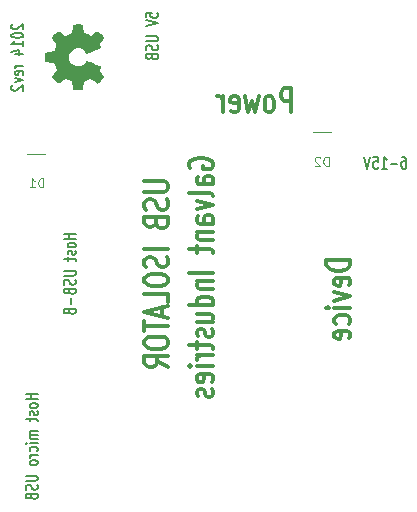
<source format=gbo>
%FSLAX34Y34*%
G04 Gerber Fmt 3.4, Leading zero omitted, Abs format*
G04 (created by PCBNEW (2013-11-28 BZR 4510)-product) date Tue 14 Jan 2014 05:10:39 PM EST*
%MOIN*%
G01*
G70*
G90*
G04 APERTURE LIST*
%ADD10C,0.005906*%
%ADD11C,0.006000*%
%ADD12C,0.012000*%
%ADD13C,0.004000*%
%ADD14C,0.000100*%
%ADD15C,0.003500*%
G04 APERTURE END LIST*
G54D10*
G54D11*
X71420Y-48794D02*
X71020Y-48794D01*
X71211Y-48794D02*
X71211Y-48965D01*
X71420Y-48965D02*
X71020Y-48965D01*
X71420Y-49151D02*
X71401Y-49122D01*
X71382Y-49108D01*
X71344Y-49094D01*
X71230Y-49094D01*
X71192Y-49108D01*
X71173Y-49122D01*
X71154Y-49151D01*
X71154Y-49194D01*
X71173Y-49222D01*
X71192Y-49237D01*
X71230Y-49251D01*
X71344Y-49251D01*
X71382Y-49237D01*
X71401Y-49222D01*
X71420Y-49194D01*
X71420Y-49151D01*
X71401Y-49365D02*
X71420Y-49394D01*
X71420Y-49451D01*
X71401Y-49480D01*
X71363Y-49494D01*
X71344Y-49494D01*
X71306Y-49480D01*
X71287Y-49451D01*
X71287Y-49408D01*
X71268Y-49380D01*
X71230Y-49365D01*
X71211Y-49365D01*
X71173Y-49380D01*
X71154Y-49408D01*
X71154Y-49451D01*
X71173Y-49480D01*
X71154Y-49580D02*
X71154Y-49694D01*
X71020Y-49622D02*
X71363Y-49622D01*
X71401Y-49637D01*
X71420Y-49665D01*
X71420Y-49694D01*
X71420Y-50022D02*
X71154Y-50022D01*
X71192Y-50022D02*
X71173Y-50037D01*
X71154Y-50065D01*
X71154Y-50108D01*
X71173Y-50137D01*
X71211Y-50151D01*
X71420Y-50151D01*
X71211Y-50151D02*
X71173Y-50165D01*
X71154Y-50194D01*
X71154Y-50237D01*
X71173Y-50265D01*
X71211Y-50280D01*
X71420Y-50280D01*
X71420Y-50422D02*
X71154Y-50422D01*
X71020Y-50422D02*
X71040Y-50408D01*
X71059Y-50422D01*
X71040Y-50437D01*
X71020Y-50422D01*
X71059Y-50422D01*
X71401Y-50694D02*
X71420Y-50665D01*
X71420Y-50608D01*
X71401Y-50580D01*
X71382Y-50565D01*
X71344Y-50551D01*
X71230Y-50551D01*
X71192Y-50565D01*
X71173Y-50580D01*
X71154Y-50608D01*
X71154Y-50665D01*
X71173Y-50694D01*
X71420Y-50822D02*
X71154Y-50822D01*
X71230Y-50822D02*
X71192Y-50837D01*
X71173Y-50851D01*
X71154Y-50880D01*
X71154Y-50908D01*
X71420Y-51051D02*
X71401Y-51022D01*
X71382Y-51008D01*
X71344Y-50994D01*
X71230Y-50994D01*
X71192Y-51008D01*
X71173Y-51022D01*
X71154Y-51051D01*
X71154Y-51094D01*
X71173Y-51122D01*
X71192Y-51137D01*
X71230Y-51151D01*
X71344Y-51151D01*
X71382Y-51137D01*
X71401Y-51122D01*
X71420Y-51094D01*
X71420Y-51051D01*
X71020Y-51508D02*
X71344Y-51508D01*
X71382Y-51522D01*
X71401Y-51537D01*
X71420Y-51565D01*
X71420Y-51622D01*
X71401Y-51651D01*
X71382Y-51665D01*
X71344Y-51680D01*
X71020Y-51680D01*
X71401Y-51808D02*
X71420Y-51851D01*
X71420Y-51922D01*
X71401Y-51951D01*
X71382Y-51965D01*
X71344Y-51980D01*
X71306Y-51980D01*
X71268Y-51965D01*
X71249Y-51951D01*
X71230Y-51922D01*
X71211Y-51865D01*
X71192Y-51837D01*
X71173Y-51822D01*
X71135Y-51808D01*
X71097Y-51808D01*
X71059Y-51822D01*
X71040Y-51837D01*
X71020Y-51865D01*
X71020Y-51937D01*
X71040Y-51980D01*
X71211Y-52208D02*
X71230Y-52251D01*
X71249Y-52265D01*
X71287Y-52280D01*
X71344Y-52280D01*
X71382Y-52265D01*
X71401Y-52251D01*
X71420Y-52222D01*
X71420Y-52108D01*
X71020Y-52108D01*
X71020Y-52208D01*
X71040Y-52237D01*
X71059Y-52251D01*
X71097Y-52265D01*
X71135Y-52265D01*
X71173Y-52251D01*
X71192Y-52237D01*
X71211Y-52208D01*
X71211Y-52108D01*
X83572Y-40870D02*
X83630Y-40870D01*
X83658Y-40890D01*
X83672Y-40909D01*
X83701Y-40966D01*
X83715Y-41042D01*
X83715Y-41194D01*
X83701Y-41232D01*
X83687Y-41251D01*
X83658Y-41270D01*
X83601Y-41270D01*
X83572Y-41251D01*
X83558Y-41232D01*
X83544Y-41194D01*
X83544Y-41099D01*
X83558Y-41061D01*
X83572Y-41042D01*
X83601Y-41023D01*
X83658Y-41023D01*
X83687Y-41042D01*
X83701Y-41061D01*
X83715Y-41099D01*
X83415Y-41118D02*
X83187Y-41118D01*
X82887Y-41270D02*
X83058Y-41270D01*
X82972Y-41270D02*
X82972Y-40870D01*
X83001Y-40928D01*
X83030Y-40966D01*
X83058Y-40985D01*
X82615Y-40870D02*
X82758Y-40870D01*
X82772Y-41061D01*
X82758Y-41042D01*
X82730Y-41023D01*
X82658Y-41023D01*
X82630Y-41042D01*
X82615Y-41061D01*
X82601Y-41099D01*
X82601Y-41194D01*
X82615Y-41232D01*
X82630Y-41251D01*
X82658Y-41270D01*
X82730Y-41270D01*
X82758Y-41251D01*
X82772Y-41232D01*
X82515Y-40870D02*
X82415Y-41270D01*
X82315Y-40870D01*
X75030Y-36228D02*
X75030Y-36085D01*
X75221Y-36071D01*
X75202Y-36085D01*
X75183Y-36114D01*
X75183Y-36185D01*
X75202Y-36214D01*
X75221Y-36228D01*
X75259Y-36242D01*
X75354Y-36242D01*
X75392Y-36228D01*
X75411Y-36214D01*
X75430Y-36185D01*
X75430Y-36114D01*
X75411Y-36085D01*
X75392Y-36071D01*
X75030Y-36328D02*
X75430Y-36428D01*
X75030Y-36528D01*
X75030Y-36857D02*
X75354Y-36857D01*
X75392Y-36871D01*
X75411Y-36885D01*
X75430Y-36914D01*
X75430Y-36971D01*
X75411Y-37000D01*
X75392Y-37014D01*
X75354Y-37028D01*
X75030Y-37028D01*
X75411Y-37157D02*
X75430Y-37200D01*
X75430Y-37271D01*
X75411Y-37300D01*
X75392Y-37314D01*
X75354Y-37328D01*
X75316Y-37328D01*
X75278Y-37314D01*
X75259Y-37300D01*
X75240Y-37271D01*
X75221Y-37214D01*
X75202Y-37185D01*
X75183Y-37171D01*
X75145Y-37157D01*
X75107Y-37157D01*
X75069Y-37171D01*
X75050Y-37185D01*
X75030Y-37214D01*
X75030Y-37285D01*
X75050Y-37328D01*
X75221Y-37557D02*
X75240Y-37600D01*
X75259Y-37614D01*
X75297Y-37628D01*
X75354Y-37628D01*
X75392Y-37614D01*
X75411Y-37600D01*
X75430Y-37571D01*
X75430Y-37457D01*
X75030Y-37457D01*
X75030Y-37557D01*
X75050Y-37585D01*
X75069Y-37600D01*
X75107Y-37614D01*
X75145Y-37614D01*
X75183Y-37600D01*
X75202Y-37585D01*
X75221Y-37557D01*
X75221Y-37457D01*
X72690Y-43441D02*
X72290Y-43441D01*
X72481Y-43441D02*
X72481Y-43612D01*
X72690Y-43612D02*
X72290Y-43612D01*
X72690Y-43798D02*
X72671Y-43770D01*
X72652Y-43755D01*
X72614Y-43741D01*
X72500Y-43741D01*
X72462Y-43755D01*
X72443Y-43770D01*
X72424Y-43798D01*
X72424Y-43841D01*
X72443Y-43870D01*
X72462Y-43884D01*
X72500Y-43898D01*
X72614Y-43898D01*
X72652Y-43884D01*
X72671Y-43870D01*
X72690Y-43841D01*
X72690Y-43798D01*
X72671Y-44012D02*
X72690Y-44041D01*
X72690Y-44098D01*
X72671Y-44127D01*
X72633Y-44141D01*
X72614Y-44141D01*
X72576Y-44127D01*
X72557Y-44098D01*
X72557Y-44055D01*
X72538Y-44027D01*
X72500Y-44012D01*
X72481Y-44012D01*
X72443Y-44027D01*
X72424Y-44055D01*
X72424Y-44098D01*
X72443Y-44127D01*
X72424Y-44227D02*
X72424Y-44341D01*
X72290Y-44270D02*
X72633Y-44270D01*
X72671Y-44284D01*
X72690Y-44312D01*
X72690Y-44341D01*
X72290Y-44670D02*
X72614Y-44670D01*
X72652Y-44684D01*
X72671Y-44698D01*
X72690Y-44727D01*
X72690Y-44784D01*
X72671Y-44812D01*
X72652Y-44827D01*
X72614Y-44841D01*
X72290Y-44841D01*
X72671Y-44970D02*
X72690Y-45012D01*
X72690Y-45084D01*
X72671Y-45112D01*
X72652Y-45127D01*
X72614Y-45141D01*
X72576Y-45141D01*
X72538Y-45127D01*
X72519Y-45112D01*
X72500Y-45084D01*
X72481Y-45027D01*
X72462Y-44998D01*
X72443Y-44984D01*
X72405Y-44970D01*
X72367Y-44970D01*
X72329Y-44984D01*
X72310Y-44998D01*
X72290Y-45027D01*
X72290Y-45098D01*
X72310Y-45141D01*
X72481Y-45370D02*
X72500Y-45412D01*
X72519Y-45427D01*
X72557Y-45441D01*
X72614Y-45441D01*
X72652Y-45427D01*
X72671Y-45412D01*
X72690Y-45384D01*
X72690Y-45270D01*
X72290Y-45270D01*
X72290Y-45370D01*
X72310Y-45398D01*
X72329Y-45412D01*
X72367Y-45427D01*
X72405Y-45427D01*
X72443Y-45412D01*
X72462Y-45398D01*
X72481Y-45370D01*
X72481Y-45270D01*
X72538Y-45570D02*
X72538Y-45798D01*
X72481Y-46041D02*
X72500Y-46084D01*
X72519Y-46098D01*
X72557Y-46112D01*
X72614Y-46112D01*
X72652Y-46098D01*
X72671Y-46084D01*
X72690Y-46055D01*
X72690Y-45941D01*
X72290Y-45941D01*
X72290Y-46041D01*
X72310Y-46070D01*
X72329Y-46084D01*
X72367Y-46098D01*
X72405Y-46098D01*
X72443Y-46084D01*
X72462Y-46070D01*
X72481Y-46041D01*
X72481Y-45941D01*
G54D12*
X81851Y-44330D02*
X81051Y-44330D01*
X81051Y-44472D01*
X81090Y-44558D01*
X81166Y-44615D01*
X81242Y-44644D01*
X81394Y-44672D01*
X81509Y-44672D01*
X81661Y-44644D01*
X81737Y-44615D01*
X81813Y-44558D01*
X81851Y-44472D01*
X81851Y-44330D01*
X81813Y-45158D02*
X81851Y-45101D01*
X81851Y-44987D01*
X81813Y-44930D01*
X81737Y-44901D01*
X81432Y-44901D01*
X81356Y-44930D01*
X81318Y-44987D01*
X81318Y-45101D01*
X81356Y-45158D01*
X81432Y-45187D01*
X81509Y-45187D01*
X81585Y-44901D01*
X81318Y-45387D02*
X81851Y-45530D01*
X81318Y-45672D01*
X81851Y-45901D02*
X81318Y-45901D01*
X81051Y-45901D02*
X81090Y-45872D01*
X81128Y-45901D01*
X81090Y-45930D01*
X81051Y-45901D01*
X81128Y-45901D01*
X81813Y-46444D02*
X81851Y-46387D01*
X81851Y-46272D01*
X81813Y-46215D01*
X81775Y-46187D01*
X81699Y-46158D01*
X81470Y-46158D01*
X81394Y-46187D01*
X81356Y-46215D01*
X81318Y-46272D01*
X81318Y-46387D01*
X81356Y-46444D01*
X81813Y-46930D02*
X81851Y-46872D01*
X81851Y-46758D01*
X81813Y-46701D01*
X81737Y-46672D01*
X81432Y-46672D01*
X81356Y-46701D01*
X81318Y-46758D01*
X81318Y-46872D01*
X81356Y-46930D01*
X81432Y-46958D01*
X81509Y-46958D01*
X81585Y-46672D01*
X79875Y-39391D02*
X79875Y-38591D01*
X79647Y-38591D01*
X79590Y-38630D01*
X79561Y-38668D01*
X79532Y-38744D01*
X79532Y-38858D01*
X79561Y-38934D01*
X79590Y-38972D01*
X79647Y-39010D01*
X79875Y-39010D01*
X79190Y-39391D02*
X79247Y-39353D01*
X79275Y-39315D01*
X79304Y-39239D01*
X79304Y-39010D01*
X79275Y-38934D01*
X79247Y-38896D01*
X79190Y-38858D01*
X79104Y-38858D01*
X79047Y-38896D01*
X79018Y-38934D01*
X78990Y-39010D01*
X78990Y-39239D01*
X79018Y-39315D01*
X79047Y-39353D01*
X79104Y-39391D01*
X79190Y-39391D01*
X78790Y-38858D02*
X78675Y-39391D01*
X78561Y-39010D01*
X78447Y-39391D01*
X78332Y-38858D01*
X77875Y-39353D02*
X77932Y-39391D01*
X78047Y-39391D01*
X78104Y-39353D01*
X78132Y-39277D01*
X78132Y-38972D01*
X78104Y-38896D01*
X78047Y-38858D01*
X77932Y-38858D01*
X77875Y-38896D01*
X77847Y-38972D01*
X77847Y-39049D01*
X78132Y-39125D01*
X77590Y-39391D02*
X77590Y-38858D01*
X77590Y-39010D02*
X77561Y-38934D01*
X77532Y-38896D01*
X77475Y-38858D01*
X77418Y-38858D01*
X76510Y-41257D02*
X76471Y-41200D01*
X76471Y-41114D01*
X76510Y-41028D01*
X76586Y-40971D01*
X76662Y-40942D01*
X76814Y-40914D01*
X76929Y-40914D01*
X77081Y-40942D01*
X77157Y-40971D01*
X77233Y-41028D01*
X77271Y-41114D01*
X77271Y-41171D01*
X77233Y-41257D01*
X77195Y-41285D01*
X76929Y-41285D01*
X76929Y-41171D01*
X77271Y-41800D02*
X76852Y-41800D01*
X76776Y-41771D01*
X76738Y-41714D01*
X76738Y-41600D01*
X76776Y-41542D01*
X77233Y-41800D02*
X77271Y-41742D01*
X77271Y-41600D01*
X77233Y-41542D01*
X77157Y-41514D01*
X77081Y-41514D01*
X77005Y-41542D01*
X76967Y-41600D01*
X76967Y-41742D01*
X76929Y-41800D01*
X77271Y-42171D02*
X77233Y-42114D01*
X77157Y-42085D01*
X76471Y-42085D01*
X76738Y-42342D02*
X77271Y-42485D01*
X76738Y-42628D01*
X77271Y-43114D02*
X76852Y-43114D01*
X76776Y-43085D01*
X76738Y-43028D01*
X76738Y-42914D01*
X76776Y-42857D01*
X77233Y-43114D02*
X77271Y-43057D01*
X77271Y-42914D01*
X77233Y-42857D01*
X77157Y-42828D01*
X77081Y-42828D01*
X77005Y-42857D01*
X76967Y-42914D01*
X76967Y-43057D01*
X76929Y-43114D01*
X76738Y-43400D02*
X77271Y-43400D01*
X76814Y-43400D02*
X76776Y-43428D01*
X76738Y-43485D01*
X76738Y-43571D01*
X76776Y-43628D01*
X76852Y-43657D01*
X77271Y-43657D01*
X76738Y-43857D02*
X76738Y-44085D01*
X76471Y-43942D02*
X77157Y-43942D01*
X77233Y-43971D01*
X77271Y-44028D01*
X77271Y-44085D01*
X77271Y-44742D02*
X76471Y-44742D01*
X76738Y-45028D02*
X77271Y-45028D01*
X76814Y-45028D02*
X76776Y-45057D01*
X76738Y-45114D01*
X76738Y-45200D01*
X76776Y-45257D01*
X76852Y-45285D01*
X77271Y-45285D01*
X77271Y-45828D02*
X76471Y-45828D01*
X77233Y-45828D02*
X77271Y-45771D01*
X77271Y-45657D01*
X77233Y-45600D01*
X77195Y-45571D01*
X77119Y-45542D01*
X76890Y-45542D01*
X76814Y-45571D01*
X76776Y-45600D01*
X76738Y-45657D01*
X76738Y-45771D01*
X76776Y-45828D01*
X76738Y-46371D02*
X77271Y-46371D01*
X76738Y-46114D02*
X77157Y-46114D01*
X77233Y-46142D01*
X77271Y-46200D01*
X77271Y-46285D01*
X77233Y-46342D01*
X77195Y-46371D01*
X77233Y-46628D02*
X77271Y-46685D01*
X77271Y-46800D01*
X77233Y-46857D01*
X77157Y-46885D01*
X77119Y-46885D01*
X77043Y-46857D01*
X77005Y-46800D01*
X77005Y-46714D01*
X76967Y-46657D01*
X76890Y-46628D01*
X76852Y-46628D01*
X76776Y-46657D01*
X76738Y-46714D01*
X76738Y-46800D01*
X76776Y-46857D01*
X76738Y-47057D02*
X76738Y-47285D01*
X76471Y-47142D02*
X77157Y-47142D01*
X77233Y-47171D01*
X77271Y-47228D01*
X77271Y-47285D01*
X77271Y-47485D02*
X76738Y-47485D01*
X76890Y-47485D02*
X76814Y-47514D01*
X76776Y-47542D01*
X76738Y-47600D01*
X76738Y-47657D01*
X77271Y-47857D02*
X76738Y-47857D01*
X76471Y-47857D02*
X76510Y-47828D01*
X76548Y-47857D01*
X76510Y-47885D01*
X76471Y-47857D01*
X76548Y-47857D01*
X77233Y-48371D02*
X77271Y-48314D01*
X77271Y-48200D01*
X77233Y-48142D01*
X77157Y-48114D01*
X76852Y-48114D01*
X76776Y-48142D01*
X76738Y-48200D01*
X76738Y-48314D01*
X76776Y-48371D01*
X76852Y-48400D01*
X76929Y-48400D01*
X77005Y-48114D01*
X77233Y-48628D02*
X77271Y-48685D01*
X77271Y-48800D01*
X77233Y-48857D01*
X77157Y-48885D01*
X77119Y-48885D01*
X77043Y-48857D01*
X77005Y-48800D01*
X77005Y-48714D01*
X76967Y-48657D01*
X76890Y-48628D01*
X76852Y-48628D01*
X76776Y-48657D01*
X76738Y-48714D01*
X76738Y-48800D01*
X76776Y-48857D01*
G54D11*
X70589Y-36452D02*
X70570Y-36467D01*
X70550Y-36495D01*
X70550Y-36567D01*
X70570Y-36595D01*
X70589Y-36610D01*
X70627Y-36624D01*
X70665Y-36624D01*
X70722Y-36610D01*
X70950Y-36438D01*
X70950Y-36624D01*
X70550Y-36810D02*
X70550Y-36838D01*
X70570Y-36867D01*
X70589Y-36881D01*
X70627Y-36895D01*
X70703Y-36910D01*
X70798Y-36910D01*
X70874Y-36895D01*
X70912Y-36881D01*
X70931Y-36867D01*
X70950Y-36838D01*
X70950Y-36810D01*
X70931Y-36781D01*
X70912Y-36767D01*
X70874Y-36752D01*
X70798Y-36738D01*
X70703Y-36738D01*
X70627Y-36752D01*
X70589Y-36767D01*
X70570Y-36781D01*
X70550Y-36810D01*
X70950Y-37195D02*
X70950Y-37024D01*
X70950Y-37110D02*
X70550Y-37110D01*
X70608Y-37081D01*
X70646Y-37052D01*
X70665Y-37024D01*
X70684Y-37452D02*
X70950Y-37452D01*
X70531Y-37381D02*
X70817Y-37310D01*
X70817Y-37495D01*
X70950Y-37838D02*
X70684Y-37838D01*
X70760Y-37838D02*
X70722Y-37852D01*
X70703Y-37867D01*
X70684Y-37895D01*
X70684Y-37924D01*
X70931Y-38138D02*
X70950Y-38110D01*
X70950Y-38052D01*
X70931Y-38024D01*
X70893Y-38010D01*
X70741Y-38010D01*
X70703Y-38024D01*
X70684Y-38052D01*
X70684Y-38110D01*
X70703Y-38138D01*
X70741Y-38152D01*
X70779Y-38152D01*
X70817Y-38010D01*
X70684Y-38252D02*
X70950Y-38324D01*
X70684Y-38395D01*
X70589Y-38495D02*
X70570Y-38510D01*
X70550Y-38538D01*
X70550Y-38610D01*
X70570Y-38638D01*
X70589Y-38652D01*
X70627Y-38667D01*
X70665Y-38667D01*
X70722Y-38652D01*
X70950Y-38481D01*
X70950Y-38667D01*
G54D12*
X74981Y-41698D02*
X75629Y-41698D01*
X75705Y-41727D01*
X75743Y-41755D01*
X75781Y-41812D01*
X75781Y-41927D01*
X75743Y-41984D01*
X75705Y-42012D01*
X75629Y-42041D01*
X74981Y-42041D01*
X75743Y-42298D02*
X75781Y-42384D01*
X75781Y-42527D01*
X75743Y-42584D01*
X75705Y-42612D01*
X75629Y-42641D01*
X75553Y-42641D01*
X75477Y-42612D01*
X75439Y-42584D01*
X75400Y-42527D01*
X75362Y-42412D01*
X75324Y-42355D01*
X75286Y-42327D01*
X75210Y-42298D01*
X75134Y-42298D01*
X75058Y-42327D01*
X75020Y-42355D01*
X74981Y-42412D01*
X74981Y-42555D01*
X75020Y-42641D01*
X75362Y-43098D02*
X75400Y-43184D01*
X75439Y-43212D01*
X75515Y-43241D01*
X75629Y-43241D01*
X75705Y-43212D01*
X75743Y-43184D01*
X75781Y-43127D01*
X75781Y-42898D01*
X74981Y-42898D01*
X74981Y-43098D01*
X75020Y-43155D01*
X75058Y-43184D01*
X75134Y-43212D01*
X75210Y-43212D01*
X75286Y-43184D01*
X75324Y-43155D01*
X75362Y-43098D01*
X75362Y-42898D01*
X75781Y-43955D02*
X74981Y-43955D01*
X75743Y-44212D02*
X75781Y-44298D01*
X75781Y-44441D01*
X75743Y-44498D01*
X75705Y-44527D01*
X75629Y-44555D01*
X75553Y-44555D01*
X75477Y-44527D01*
X75439Y-44498D01*
X75400Y-44441D01*
X75362Y-44327D01*
X75324Y-44270D01*
X75286Y-44241D01*
X75210Y-44212D01*
X75134Y-44212D01*
X75058Y-44241D01*
X75020Y-44270D01*
X74981Y-44327D01*
X74981Y-44470D01*
X75020Y-44555D01*
X74981Y-44927D02*
X74981Y-45041D01*
X75020Y-45098D01*
X75096Y-45155D01*
X75248Y-45184D01*
X75515Y-45184D01*
X75667Y-45155D01*
X75743Y-45098D01*
X75781Y-45041D01*
X75781Y-44927D01*
X75743Y-44870D01*
X75667Y-44812D01*
X75515Y-44784D01*
X75248Y-44784D01*
X75096Y-44812D01*
X75020Y-44870D01*
X74981Y-44927D01*
X75781Y-45727D02*
X75781Y-45441D01*
X74981Y-45441D01*
X75553Y-45898D02*
X75553Y-46184D01*
X75781Y-45841D02*
X74981Y-46041D01*
X75781Y-46241D01*
X74981Y-46355D02*
X74981Y-46698D01*
X75781Y-46527D02*
X74981Y-46527D01*
X74981Y-47012D02*
X74981Y-47127D01*
X75020Y-47184D01*
X75096Y-47241D01*
X75248Y-47270D01*
X75515Y-47270D01*
X75667Y-47241D01*
X75743Y-47184D01*
X75781Y-47127D01*
X75781Y-47012D01*
X75743Y-46955D01*
X75667Y-46898D01*
X75515Y-46870D01*
X75248Y-46870D01*
X75096Y-46898D01*
X75020Y-46955D01*
X74981Y-47012D01*
X75781Y-47870D02*
X75400Y-47670D01*
X75781Y-47527D02*
X74981Y-47527D01*
X74981Y-47755D01*
X75020Y-47812D01*
X75058Y-47841D01*
X75134Y-47870D01*
X75248Y-47870D01*
X75324Y-47841D01*
X75362Y-47812D01*
X75400Y-47755D01*
X75400Y-47527D01*
G54D13*
X81205Y-40050D02*
X80615Y-40050D01*
X71665Y-40770D02*
X71075Y-40770D01*
G54D14*
G36*
X73644Y-38224D02*
X73638Y-38212D01*
X73622Y-38187D01*
X73598Y-38150D01*
X73569Y-38107D01*
X73539Y-38063D01*
X73515Y-38028D01*
X73499Y-38003D01*
X73494Y-37992D01*
X73496Y-37987D01*
X73506Y-37966D01*
X73521Y-37936D01*
X73530Y-37919D01*
X73542Y-37891D01*
X73544Y-37878D01*
X73541Y-37875D01*
X73520Y-37865D01*
X73484Y-37850D01*
X73436Y-37829D01*
X73381Y-37805D01*
X73321Y-37780D01*
X73260Y-37754D01*
X73201Y-37730D01*
X73149Y-37709D01*
X73106Y-37692D01*
X73077Y-37680D01*
X73064Y-37676D01*
X73061Y-37677D01*
X73048Y-37691D01*
X73030Y-37715D01*
X72988Y-37767D01*
X72924Y-37818D01*
X72851Y-37849D01*
X72771Y-37860D01*
X72696Y-37851D01*
X72624Y-37821D01*
X72560Y-37771D01*
X72512Y-37711D01*
X72481Y-37640D01*
X72472Y-37560D01*
X72480Y-37484D01*
X72509Y-37411D01*
X72558Y-37346D01*
X72590Y-37319D01*
X72655Y-37281D01*
X72725Y-37260D01*
X72743Y-37257D01*
X72820Y-37261D01*
X72893Y-37283D01*
X72959Y-37324D01*
X73013Y-37380D01*
X73019Y-37387D01*
X73038Y-37414D01*
X73052Y-37431D01*
X73063Y-37445D01*
X73299Y-37347D01*
X73336Y-37331D01*
X73401Y-37304D01*
X73456Y-37281D01*
X73500Y-37262D01*
X73530Y-37249D01*
X73542Y-37243D01*
X73542Y-37242D01*
X73544Y-37234D01*
X73537Y-37216D01*
X73521Y-37183D01*
X73510Y-37161D01*
X73498Y-37136D01*
X73494Y-37125D01*
X73499Y-37115D01*
X73514Y-37091D01*
X73538Y-37056D01*
X73567Y-37014D01*
X73594Y-36974D01*
X73618Y-36937D01*
X73635Y-36910D01*
X73642Y-36897D01*
X73642Y-36895D01*
X73636Y-36883D01*
X73618Y-36862D01*
X73588Y-36830D01*
X73543Y-36784D01*
X73536Y-36777D01*
X73498Y-36740D01*
X73466Y-36710D01*
X73444Y-36689D01*
X73433Y-36682D01*
X73433Y-36682D01*
X73420Y-36689D01*
X73394Y-36706D01*
X73356Y-36730D01*
X73312Y-36760D01*
X73199Y-36838D01*
X73092Y-36795D01*
X73059Y-36782D01*
X73019Y-36765D01*
X72991Y-36753D01*
X72978Y-36747D01*
X72974Y-36735D01*
X72967Y-36706D01*
X72958Y-36663D01*
X72949Y-36612D01*
X72940Y-36564D01*
X72932Y-36521D01*
X72926Y-36489D01*
X72923Y-36475D01*
X72921Y-36471D01*
X72914Y-36469D01*
X72899Y-36467D01*
X72873Y-36466D01*
X72831Y-36465D01*
X72771Y-36465D01*
X72764Y-36465D01*
X72706Y-36466D01*
X72661Y-36467D01*
X72631Y-36468D01*
X72619Y-36470D01*
X72619Y-36470D01*
X72616Y-36484D01*
X72609Y-36515D01*
X72601Y-36558D01*
X72591Y-36610D01*
X72590Y-36614D01*
X72580Y-36665D01*
X72571Y-36709D01*
X72564Y-36739D01*
X72560Y-36752D01*
X72556Y-36755D01*
X72536Y-36765D01*
X72504Y-36780D01*
X72465Y-36797D01*
X72424Y-36814D01*
X72388Y-36829D01*
X72360Y-36839D01*
X72348Y-36842D01*
X72348Y-36841D01*
X72335Y-36834D01*
X72308Y-36816D01*
X72271Y-36791D01*
X72227Y-36760D01*
X72224Y-36758D01*
X72180Y-36728D01*
X72143Y-36704D01*
X72116Y-36688D01*
X72104Y-36682D01*
X72104Y-36682D01*
X72091Y-36692D01*
X72066Y-36714D01*
X72032Y-36746D01*
X71994Y-36785D01*
X71982Y-36797D01*
X71940Y-36839D01*
X71913Y-36869D01*
X71898Y-36887D01*
X71895Y-36896D01*
X71895Y-36897D01*
X71903Y-36910D01*
X71921Y-36937D01*
X71947Y-36975D01*
X71977Y-37019D01*
X71979Y-37022D01*
X72009Y-37066D01*
X72034Y-37103D01*
X72051Y-37129D01*
X72058Y-37140D01*
X72058Y-37142D01*
X72052Y-37160D01*
X72041Y-37191D01*
X72027Y-37229D01*
X72010Y-37270D01*
X71995Y-37306D01*
X71982Y-37334D01*
X71975Y-37347D01*
X71974Y-37347D01*
X71959Y-37352D01*
X71926Y-37360D01*
X71881Y-37369D01*
X71827Y-37379D01*
X71818Y-37381D01*
X71766Y-37391D01*
X71723Y-37399D01*
X71693Y-37405D01*
X71681Y-37408D01*
X71679Y-37416D01*
X71677Y-37441D01*
X71676Y-37480D01*
X71676Y-37527D01*
X71676Y-37576D01*
X71677Y-37625D01*
X71679Y-37666D01*
X71681Y-37696D01*
X71683Y-37708D01*
X71684Y-37708D01*
X71700Y-37713D01*
X71733Y-37720D01*
X71778Y-37729D01*
X71832Y-37740D01*
X71842Y-37742D01*
X71894Y-37751D01*
X71936Y-37760D01*
X71966Y-37766D01*
X71977Y-37770D01*
X71980Y-37774D01*
X71989Y-37796D01*
X72004Y-37831D01*
X72021Y-37874D01*
X72062Y-37974D01*
X71977Y-38097D01*
X71970Y-38109D01*
X71940Y-38153D01*
X71915Y-38189D01*
X71899Y-38214D01*
X71893Y-38225D01*
X71894Y-38226D01*
X71904Y-38238D01*
X71927Y-38262D01*
X71960Y-38296D01*
X71998Y-38334D01*
X72027Y-38363D01*
X72061Y-38397D01*
X72084Y-38418D01*
X72099Y-38430D01*
X72108Y-38434D01*
X72114Y-38433D01*
X72127Y-38425D01*
X72154Y-38407D01*
X72191Y-38382D01*
X72235Y-38352D01*
X72271Y-38327D01*
X72312Y-38301D01*
X72342Y-38283D01*
X72356Y-38277D01*
X72362Y-38279D01*
X72386Y-38287D01*
X72423Y-38302D01*
X72466Y-38320D01*
X72563Y-38363D01*
X72576Y-38427D01*
X72583Y-38466D01*
X72593Y-38520D01*
X72603Y-38571D01*
X72619Y-38652D01*
X72915Y-38655D01*
X72921Y-38643D01*
X72924Y-38631D01*
X72931Y-38601D01*
X72939Y-38558D01*
X72949Y-38508D01*
X72957Y-38465D01*
X72965Y-38421D01*
X72971Y-38390D01*
X72974Y-38376D01*
X72978Y-38373D01*
X72999Y-38362D01*
X73033Y-38347D01*
X73073Y-38330D01*
X73114Y-38312D01*
X73153Y-38297D01*
X73182Y-38286D01*
X73197Y-38282D01*
X73208Y-38288D01*
X73234Y-38305D01*
X73270Y-38329D01*
X73313Y-38358D01*
X73356Y-38387D01*
X73393Y-38412D01*
X73419Y-38429D01*
X73431Y-38437D01*
X73440Y-38433D01*
X73460Y-38416D01*
X73494Y-38383D01*
X73542Y-38335D01*
X73549Y-38327D01*
X73586Y-38289D01*
X73616Y-38256D01*
X73636Y-38234D01*
X73644Y-38224D01*
X73644Y-38224D01*
G37*
G54D15*
X81121Y-41175D02*
X81121Y-40875D01*
X81050Y-40875D01*
X81007Y-40890D01*
X80978Y-40918D01*
X80964Y-40947D01*
X80950Y-41004D01*
X80950Y-41047D01*
X80964Y-41104D01*
X80978Y-41132D01*
X81007Y-41161D01*
X81050Y-41175D01*
X81121Y-41175D01*
X80835Y-40904D02*
X80821Y-40890D01*
X80792Y-40875D01*
X80721Y-40875D01*
X80692Y-40890D01*
X80678Y-40904D01*
X80664Y-40932D01*
X80664Y-40961D01*
X80678Y-41004D01*
X80850Y-41175D01*
X80664Y-41175D01*
X71611Y-41895D02*
X71611Y-41595D01*
X71540Y-41595D01*
X71497Y-41610D01*
X71468Y-41638D01*
X71454Y-41667D01*
X71440Y-41724D01*
X71440Y-41767D01*
X71454Y-41824D01*
X71468Y-41852D01*
X71497Y-41881D01*
X71540Y-41895D01*
X71611Y-41895D01*
X71154Y-41895D02*
X71325Y-41895D01*
X71240Y-41895D02*
X71240Y-41595D01*
X71268Y-41638D01*
X71297Y-41667D01*
X71325Y-41681D01*
M02*

</source>
